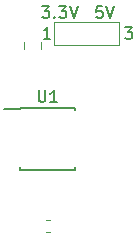
<source format=gto>
G04 #@! TF.GenerationSoftware,KiCad,Pcbnew,(5.1.5)-3*
G04 #@! TF.CreationDate,2020-04-11T11:45:51+02:00*
G04 #@! TF.ProjectId,CODER-AS5047P,434f4445-522d-4415-9335-303437502e6b,rev?*
G04 #@! TF.SameCoordinates,Original*
G04 #@! TF.FileFunction,Legend,Top*
G04 #@! TF.FilePolarity,Positive*
%FSLAX46Y46*%
G04 Gerber Fmt 4.6, Leading zero omitted, Abs format (unit mm)*
G04 Created by KiCad (PCBNEW (5.1.5)-3) date 2020-04-11 11:45:51*
%MOMM*%
%LPD*%
G04 APERTURE LIST*
%ADD10C,0.150000*%
%ADD11C,0.120000*%
G04 APERTURE END LIST*
D10*
X182435523Y-103084380D02*
X181959333Y-103084380D01*
X181911714Y-103560571D01*
X181959333Y-103512952D01*
X182054571Y-103465333D01*
X182292666Y-103465333D01*
X182387904Y-103512952D01*
X182435523Y-103560571D01*
X182483142Y-103655809D01*
X182483142Y-103893904D01*
X182435523Y-103989142D01*
X182387904Y-104036761D01*
X182292666Y-104084380D01*
X182054571Y-104084380D01*
X181959333Y-104036761D01*
X181911714Y-103989142D01*
X182768857Y-103084380D02*
X183102190Y-104084380D01*
X183435523Y-103084380D01*
X177339809Y-103084380D02*
X177958857Y-103084380D01*
X177625523Y-103465333D01*
X177768380Y-103465333D01*
X177863619Y-103512952D01*
X177911238Y-103560571D01*
X177958857Y-103655809D01*
X177958857Y-103893904D01*
X177911238Y-103989142D01*
X177863619Y-104036761D01*
X177768380Y-104084380D01*
X177482666Y-104084380D01*
X177387428Y-104036761D01*
X177339809Y-103989142D01*
X178387428Y-103989142D02*
X178435047Y-104036761D01*
X178387428Y-104084380D01*
X178339809Y-104036761D01*
X178387428Y-103989142D01*
X178387428Y-104084380D01*
X178768380Y-103084380D02*
X179387428Y-103084380D01*
X179054095Y-103465333D01*
X179196952Y-103465333D01*
X179292190Y-103512952D01*
X179339809Y-103560571D01*
X179387428Y-103655809D01*
X179387428Y-103893904D01*
X179339809Y-103989142D01*
X179292190Y-104036761D01*
X179196952Y-104084380D01*
X178911238Y-104084380D01*
X178816000Y-104036761D01*
X178768380Y-103989142D01*
X179673142Y-103084380D02*
X180006476Y-104084380D01*
X180339809Y-103084380D01*
D11*
X178352000Y-106360000D02*
X178352000Y-104410000D01*
X183852000Y-106360000D02*
X178352000Y-106360000D01*
X183852000Y-104410000D02*
X183852000Y-106360000D01*
X178352000Y-104410000D02*
X183852000Y-104410000D01*
X177240000Y-106155748D02*
X177240000Y-106678252D01*
X175820000Y-106155748D02*
X175820000Y-106678252D01*
X177628733Y-121156000D02*
X177971267Y-121156000D01*
X177628733Y-122176000D02*
X177971267Y-122176000D01*
D10*
X175475000Y-111675000D02*
X175475000Y-111800000D01*
X180125000Y-111675000D02*
X180125000Y-111900000D01*
X180125000Y-116925000D02*
X180125000Y-116700000D01*
X175475000Y-116925000D02*
X175475000Y-116700000D01*
X175475000Y-111675000D02*
X180125000Y-111675000D01*
X175475000Y-116925000D02*
X180125000Y-116925000D01*
X175475000Y-111800000D02*
X174125000Y-111800000D01*
X184349665Y-104862380D02*
X184968713Y-104862380D01*
X184635379Y-105243333D01*
X184778237Y-105243333D01*
X184873475Y-105290952D01*
X184921094Y-105338571D01*
X184968713Y-105433809D01*
X184968713Y-105671904D01*
X184921094Y-105767142D01*
X184873475Y-105814761D01*
X184778237Y-105862380D01*
X184492522Y-105862380D01*
X184397284Y-105814761D01*
X184349665Y-105767142D01*
X178037714Y-105862380D02*
X177466285Y-105862380D01*
X177752000Y-105862380D02*
X177752000Y-104862380D01*
X177656761Y-105005238D01*
X177561523Y-105100476D01*
X177466285Y-105148095D01*
X177038095Y-110202380D02*
X177038095Y-111011904D01*
X177085714Y-111107142D01*
X177133333Y-111154761D01*
X177228571Y-111202380D01*
X177419047Y-111202380D01*
X177514285Y-111154761D01*
X177561904Y-111107142D01*
X177609523Y-111011904D01*
X177609523Y-110202380D01*
X178609523Y-111202380D02*
X178038095Y-111202380D01*
X178323809Y-111202380D02*
X178323809Y-110202380D01*
X178228571Y-110345238D01*
X178133333Y-110440476D01*
X178038095Y-110488095D01*
M02*

</source>
